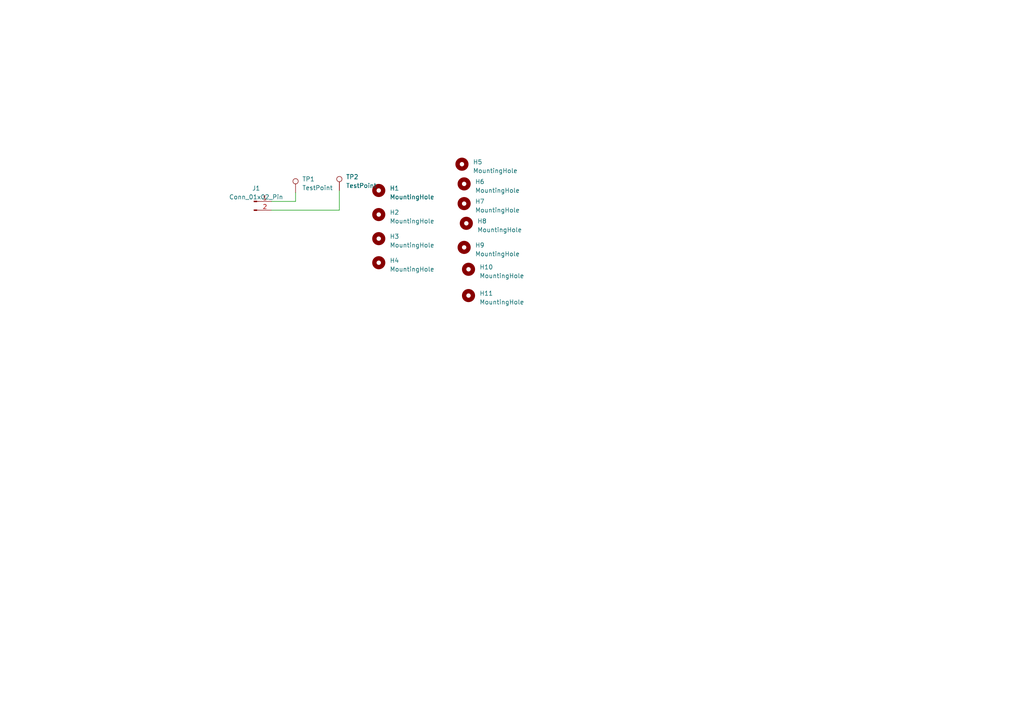
<source format=kicad_sch>
(kicad_sch (version 20230121) (generator eeschema)

  (uuid 61f1af81-1e55-4915-910f-e657a36f41cb)

  (paper "A4")

  (lib_symbols
    (symbol "Connector:Conn_01x02_Pin" (pin_names (offset 1.016) hide) (in_bom yes) (on_board yes)
      (property "Reference" "J" (at 0 2.54 0)
        (effects (font (size 1.27 1.27)))
      )
      (property "Value" "Conn_01x02_Pin" (at 0 -5.08 0)
        (effects (font (size 1.27 1.27)))
      )
      (property "Footprint" "" (at 0 0 0)
        (effects (font (size 1.27 1.27)) hide)
      )
      (property "Datasheet" "~" (at 0 0 0)
        (effects (font (size 1.27 1.27)) hide)
      )
      (property "ki_locked" "" (at 0 0 0)
        (effects (font (size 1.27 1.27)))
      )
      (property "ki_keywords" "connector" (at 0 0 0)
        (effects (font (size 1.27 1.27)) hide)
      )
      (property "ki_description" "Generic connector, single row, 01x02, script generated" (at 0 0 0)
        (effects (font (size 1.27 1.27)) hide)
      )
      (property "ki_fp_filters" "Connector*:*_1x??_*" (at 0 0 0)
        (effects (font (size 1.27 1.27)) hide)
      )
      (symbol "Conn_01x02_Pin_1_1"
        (polyline
          (pts
            (xy 1.27 -2.54)
            (xy 0.8636 -2.54)
          )
          (stroke (width 0.1524) (type default))
          (fill (type none))
        )
        (polyline
          (pts
            (xy 1.27 0)
            (xy 0.8636 0)
          )
          (stroke (width 0.1524) (type default))
          (fill (type none))
        )
        (rectangle (start 0.8636 -2.413) (end 0 -2.667)
          (stroke (width 0.1524) (type default))
          (fill (type outline))
        )
        (rectangle (start 0.8636 0.127) (end 0 -0.127)
          (stroke (width 0.1524) (type default))
          (fill (type outline))
        )
        (pin passive line (at 5.08 0 180) (length 3.81)
          (name "Pin_1" (effects (font (size 1.27 1.27))))
          (number "1" (effects (font (size 1.27 1.27))))
        )
        (pin passive line (at 5.08 -2.54 180) (length 3.81)
          (name "Pin_2" (effects (font (size 1.27 1.27))))
          (number "2" (effects (font (size 1.27 1.27))))
        )
      )
    )
    (symbol "Connector:TestPoint" (pin_numbers hide) (pin_names (offset 0.762) hide) (in_bom yes) (on_board yes)
      (property "Reference" "TP" (at 0 6.858 0)
        (effects (font (size 1.27 1.27)))
      )
      (property "Value" "TestPoint" (at 0 5.08 0)
        (effects (font (size 1.27 1.27)))
      )
      (property "Footprint" "" (at 5.08 0 0)
        (effects (font (size 1.27 1.27)) hide)
      )
      (property "Datasheet" "~" (at 5.08 0 0)
        (effects (font (size 1.27 1.27)) hide)
      )
      (property "ki_keywords" "test point tp" (at 0 0 0)
        (effects (font (size 1.27 1.27)) hide)
      )
      (property "ki_description" "test point" (at 0 0 0)
        (effects (font (size 1.27 1.27)) hide)
      )
      (property "ki_fp_filters" "Pin* Test*" (at 0 0 0)
        (effects (font (size 1.27 1.27)) hide)
      )
      (symbol "TestPoint_0_1"
        (circle (center 0 3.302) (radius 0.762)
          (stroke (width 0) (type default))
          (fill (type none))
        )
      )
      (symbol "TestPoint_1_1"
        (pin passive line (at 0 0 90) (length 2.54)
          (name "1" (effects (font (size 1.27 1.27))))
          (number "1" (effects (font (size 1.27 1.27))))
        )
      )
    )
    (symbol "Mechanical:MountingHole" (pin_names (offset 1.016)) (in_bom yes) (on_board yes)
      (property "Reference" "H" (at 0 5.08 0)
        (effects (font (size 1.27 1.27)))
      )
      (property "Value" "MountingHole" (at 0 3.175 0)
        (effects (font (size 1.27 1.27)))
      )
      (property "Footprint" "" (at 0 0 0)
        (effects (font (size 1.27 1.27)) hide)
      )
      (property "Datasheet" "~" (at 0 0 0)
        (effects (font (size 1.27 1.27)) hide)
      )
      (property "ki_keywords" "mounting hole" (at 0 0 0)
        (effects (font (size 1.27 1.27)) hide)
      )
      (property "ki_description" "Mounting Hole without connection" (at 0 0 0)
        (effects (font (size 1.27 1.27)) hide)
      )
      (property "ki_fp_filters" "MountingHole*" (at 0 0 0)
        (effects (font (size 1.27 1.27)) hide)
      )
      (symbol "MountingHole_0_1"
        (circle (center 0 0) (radius 1.27)
          (stroke (width 1.27) (type default))
          (fill (type none))
        )
      )
    )
  )


  (wire (pts (xy 78.74 60.96) (xy 98.425 60.96))
    (stroke (width 0) (type default))
    (uuid 218a6c9d-f28d-46f3-940a-b0806b29dda4)
  )
  (wire (pts (xy 78.74 58.42) (xy 85.725 58.42))
    (stroke (width 0) (type default))
    (uuid e1e765b6-5fa2-4635-9960-36c4e8c87e1f)
  )
  (wire (pts (xy 98.425 55.245) (xy 98.425 60.96))
    (stroke (width 0) (type default))
    (uuid e20dab98-d520-49d0-9803-968ff484e74e)
  )
  (wire (pts (xy 85.725 58.42) (xy 85.725 55.88))
    (stroke (width 0) (type default))
    (uuid f3fff647-745b-496d-a7a3-617a5eaf3815)
  )

  (symbol (lib_id "Mechanical:MountingHole") (at 109.855 62.23 0) (unit 1)
    (in_bom yes) (on_board yes) (dnp no) (fields_autoplaced)
    (uuid 16840814-5ac8-4b7a-86fd-b73c095ed14c)
    (property "Reference" "H2" (at 113.03 61.595 0)
      (effects (font (size 1.27 1.27)) (justify left))
    )
    (property "Value" "MountingHole" (at 113.03 64.135 0)
      (effects (font (size 1.27 1.27)) (justify left))
    )
    (property "Footprint" "MountingHole:MountingHole_3.2mm_M3" (at 109.855 62.23 0)
      (effects (font (size 1.27 1.27)) hide)
    )
    (property "Datasheet" "~" (at 109.855 62.23 0)
      (effects (font (size 1.27 1.27)) hide)
    )
    (instances
      (project "KiCad_SP"
        (path "/61f1af81-1e55-4915-910f-e657a36f41cb"
          (reference "H2") (unit 1)
        )
      )
    )
  )

  (symbol (lib_id "Connector:Conn_01x02_Pin") (at 73.66 58.42 0) (unit 1)
    (in_bom yes) (on_board yes) (dnp no) (fields_autoplaced)
    (uuid 26b29211-1173-41b0-9839-2af45c36ec66)
    (property "Reference" "J1" (at 74.295 54.61 0)
      (effects (font (size 1.27 1.27)))
    )
    (property "Value" "Conn_01x02_Pin" (at 74.295 57.15 0)
      (effects (font (size 1.27 1.27)))
    )
    (property "Footprint" "Connector_PinHeader_2.54mm:PinHeader_1x02_P2.54mm_Horizontal" (at 73.66 58.42 0)
      (effects (font (size 1.27 1.27)) hide)
    )
    (property "Datasheet" "~" (at 73.66 58.42 0)
      (effects (font (size 1.27 1.27)) hide)
    )
    (pin "1" (uuid 86f474af-f782-4ff6-a068-881ef349b510))
    (pin "2" (uuid ac8a2430-d972-47e9-9be1-ab3a3b5413d2))
    (instances
      (project "KiCad_SP"
        (path "/61f1af81-1e55-4915-910f-e657a36f41cb"
          (reference "J1") (unit 1)
        )
      )
    )
  )

  (symbol (lib_id "Connector:TestPoint") (at 85.725 55.88 0) (unit 1)
    (in_bom yes) (on_board yes) (dnp no) (fields_autoplaced)
    (uuid 27773146-a488-49e8-a540-2b5380e00b2f)
    (property "Reference" "TP1" (at 87.63 51.943 0)
      (effects (font (size 1.27 1.27)) (justify left))
    )
    (property "Value" "TestPoint" (at 87.63 54.483 0)
      (effects (font (size 1.27 1.27)) (justify left))
    )
    (property "Footprint" "TestPoint:TestPoint_THTPad_1.0x1.0mm_Drill0.5mm" (at 90.805 55.88 0)
      (effects (font (size 1.27 1.27)) hide)
    )
    (property "Datasheet" "~" (at 90.805 55.88 0)
      (effects (font (size 1.27 1.27)) hide)
    )
    (pin "1" (uuid ee794779-0638-48d4-aab3-a05d7e8094f8))
    (instances
      (project "KiCad_SP"
        (path "/61f1af81-1e55-4915-910f-e657a36f41cb"
          (reference "TP1") (unit 1)
        )
      )
    )
  )

  (symbol (lib_id "Mechanical:MountingHole") (at 109.855 55.245 0) (unit 1)
    (in_bom yes) (on_board yes) (dnp no) (fields_autoplaced)
    (uuid 4faa4bca-7736-4b46-8878-94ec3f417b08)
    (property "Reference" "H1" (at 113.03 54.61 0)
      (effects (font (size 1.27 1.27)) (justify left))
    )
    (property "Value" "MountingHole" (at 113.03 57.15 0)
      (effects (font (size 1.27 1.27)) (justify left))
    )
    (property "Footprint" "MountingHole:MountingHole_3.2mm_M3" (at 109.855 55.245 0)
      (effects (font (size 1.27 1.27)) hide)
    )
    (property "Datasheet" "~" (at 109.855 55.245 0)
      (effects (font (size 1.27 1.27)) hide)
    )
    (instances
      (project "KiCad_SP"
        (path "/61f1af81-1e55-4915-910f-e657a36f41cb"
          (reference "H1") (unit 1)
        )
      )
    )
  )

  (symbol (lib_id "Mechanical:MountingHole") (at 134.62 53.34 0) (unit 1)
    (in_bom yes) (on_board yes) (dnp no) (fields_autoplaced)
    (uuid 577ce2e2-26be-4596-b07a-677799b01e81)
    (property "Reference" "H6" (at 137.795 52.705 0)
      (effects (font (size 1.27 1.27)) (justify left))
    )
    (property "Value" "MountingHole" (at 137.795 55.245 0)
      (effects (font (size 1.27 1.27)) (justify left))
    )
    (property "Footprint" "MountingHole:MountingHole_2.5mm" (at 134.62 53.34 0)
      (effects (font (size 1.27 1.27)) hide)
    )
    (property "Datasheet" "~" (at 134.62 53.34 0)
      (effects (font (size 1.27 1.27)) hide)
    )
    (instances
      (project "KiCad_SP"
        (path "/61f1af81-1e55-4915-910f-e657a36f41cb"
          (reference "H6") (unit 1)
        )
      )
    )
  )

  (symbol (lib_id "Mechanical:MountingHole") (at 135.89 85.725 0) (unit 1)
    (in_bom yes) (on_board yes) (dnp no) (fields_autoplaced)
    (uuid 62a973ee-4b33-4034-96d0-4785938d69e4)
    (property "Reference" "H11" (at 139.065 85.09 0)
      (effects (font (size 1.27 1.27)) (justify left))
    )
    (property "Value" "MountingHole" (at 139.065 87.63 0)
      (effects (font (size 1.27 1.27)) (justify left))
    )
    (property "Footprint" "MountingHole:MountingHole_2.5mm" (at 135.89 85.725 0)
      (effects (font (size 1.27 1.27)) hide)
    )
    (property "Datasheet" "~" (at 135.89 85.725 0)
      (effects (font (size 1.27 1.27)) hide)
    )
    (instances
      (project "KiCad_SP"
        (path "/61f1af81-1e55-4915-910f-e657a36f41cb"
          (reference "H11") (unit 1)
        )
      )
    )
  )

  (symbol (lib_id "Mechanical:MountingHole") (at 134.62 59.055 0) (unit 1)
    (in_bom yes) (on_board yes) (dnp no) (fields_autoplaced)
    (uuid 7ebae032-ddcd-41c1-b706-e7d89414648f)
    (property "Reference" "H7" (at 137.795 58.42 0)
      (effects (font (size 1.27 1.27)) (justify left))
    )
    (property "Value" "MountingHole" (at 137.795 60.96 0)
      (effects (font (size 1.27 1.27)) (justify left))
    )
    (property "Footprint" "MountingHole:MountingHole_2.5mm" (at 134.62 59.055 0)
      (effects (font (size 1.27 1.27)) hide)
    )
    (property "Datasheet" "~" (at 134.62 59.055 0)
      (effects (font (size 1.27 1.27)) hide)
    )
    (instances
      (project "KiCad_SP"
        (path "/61f1af81-1e55-4915-910f-e657a36f41cb"
          (reference "H7") (unit 1)
        )
      )
    )
  )

  (symbol (lib_id "Mechanical:MountingHole") (at 133.985 47.625 0) (unit 1)
    (in_bom yes) (on_board yes) (dnp no) (fields_autoplaced)
    (uuid 86594769-90eb-4341-bf45-8d18400bf2cb)
    (property "Reference" "H5" (at 137.16 46.99 0)
      (effects (font (size 1.27 1.27)) (justify left))
    )
    (property "Value" "MountingHole" (at 137.16 49.53 0)
      (effects (font (size 1.27 1.27)) (justify left))
    )
    (property "Footprint" "MountingHole:MountingHole_2.5mm" (at 133.985 47.625 0)
      (effects (font (size 1.27 1.27)) hide)
    )
    (property "Datasheet" "~" (at 133.985 47.625 0)
      (effects (font (size 1.27 1.27)) hide)
    )
    (instances
      (project "KiCad_SP"
        (path "/61f1af81-1e55-4915-910f-e657a36f41cb"
          (reference "H5") (unit 1)
        )
      )
    )
  )

  (symbol (lib_id "Mechanical:MountingHole") (at 135.255 64.77 0) (unit 1)
    (in_bom yes) (on_board yes) (dnp no) (fields_autoplaced)
    (uuid baca50eb-c2eb-476d-8043-bbff1ce76328)
    (property "Reference" "H8" (at 138.43 64.135 0)
      (effects (font (size 1.27 1.27)) (justify left))
    )
    (property "Value" "MountingHole" (at 138.43 66.675 0)
      (effects (font (size 1.27 1.27)) (justify left))
    )
    (property "Footprint" "MountingHole:MountingHole_2.5mm" (at 135.255 64.77 0)
      (effects (font (size 1.27 1.27)) hide)
    )
    (property "Datasheet" "~" (at 135.255 64.77 0)
      (effects (font (size 1.27 1.27)) hide)
    )
    (instances
      (project "KiCad_SP"
        (path "/61f1af81-1e55-4915-910f-e657a36f41cb"
          (reference "H8") (unit 1)
        )
      )
    )
  )

  (symbol (lib_id "Connector:TestPoint") (at 98.425 55.245 0) (unit 1)
    (in_bom yes) (on_board yes) (dnp no) (fields_autoplaced)
    (uuid ce8bb50b-e27e-45a9-b12b-6be1c89860d1)
    (property "Reference" "TP2" (at 100.33 51.308 0)
      (effects (font (size 1.27 1.27)) (justify left))
    )
    (property "Value" "TestPoint" (at 100.33 53.848 0)
      (effects (font (size 1.27 1.27)) (justify left))
    )
    (property "Footprint" "TestPoint:TestPoint_THTPad_1.0x1.0mm_Drill0.5mm" (at 103.505 55.245 0)
      (effects (font (size 1.27 1.27)) hide)
    )
    (property "Datasheet" "~" (at 103.505 55.245 0)
      (effects (font (size 1.27 1.27)) hide)
    )
    (pin "1" (uuid de494223-1efe-4486-a012-3a60ed4c05f2))
    (instances
      (project "KiCad_SP"
        (path "/61f1af81-1e55-4915-910f-e657a36f41cb"
          (reference "TP2") (unit 1)
        )
      )
    )
  )

  (symbol (lib_id "Mechanical:MountingHole") (at 109.855 69.215 0) (unit 1)
    (in_bom yes) (on_board yes) (dnp no) (fields_autoplaced)
    (uuid d1a60b7c-543c-43c3-ad37-8fdfe5f2be69)
    (property "Reference" "H3" (at 113.03 68.58 0)
      (effects (font (size 1.27 1.27)) (justify left))
    )
    (property "Value" "MountingHole" (at 113.03 71.12 0)
      (effects (font (size 1.27 1.27)) (justify left))
    )
    (property "Footprint" "MountingHole:MountingHole_3.2mm_M3" (at 109.855 69.215 0)
      (effects (font (size 1.27 1.27)) hide)
    )
    (property "Datasheet" "~" (at 109.855 69.215 0)
      (effects (font (size 1.27 1.27)) hide)
    )
    (instances
      (project "KiCad_SP"
        (path "/61f1af81-1e55-4915-910f-e657a36f41cb"
          (reference "H3") (unit 1)
        )
      )
    )
  )

  (symbol (lib_id "Mechanical:MountingHole") (at 109.855 76.2 0) (unit 1)
    (in_bom yes) (on_board yes) (dnp no) (fields_autoplaced)
    (uuid d296f3c6-69d0-4d52-afb1-b275d4b12fa1)
    (property "Reference" "H4" (at 113.03 75.565 0)
      (effects (font (size 1.27 1.27)) (justify left))
    )
    (property "Value" "MountingHole" (at 113.03 78.105 0)
      (effects (font (size 1.27 1.27)) (justify left))
    )
    (property "Footprint" "MountingHole:MountingHole_3.2mm_M3" (at 109.855 76.2 0)
      (effects (font (size 1.27 1.27)) hide)
    )
    (property "Datasheet" "~" (at 109.855 76.2 0)
      (effects (font (size 1.27 1.27)) hide)
    )
    (instances
      (project "KiCad_SP"
        (path "/61f1af81-1e55-4915-910f-e657a36f41cb"
          (reference "H4") (unit 1)
        )
      )
    )
  )

  (symbol (lib_id "Mechanical:MountingHole") (at 135.89 78.105 0) (unit 1)
    (in_bom yes) (on_board yes) (dnp no) (fields_autoplaced)
    (uuid f13e4279-30f1-449e-b88a-8c29849f0a46)
    (property "Reference" "H10" (at 139.065 77.47 0)
      (effects (font (size 1.27 1.27)) (justify left))
    )
    (property "Value" "MountingHole" (at 139.065 80.01 0)
      (effects (font (size 1.27 1.27)) (justify left))
    )
    (property "Footprint" "MountingHole:MountingHole_2.5mm" (at 135.89 78.105 0)
      (effects (font (size 1.27 1.27)) hide)
    )
    (property "Datasheet" "~" (at 135.89 78.105 0)
      (effects (font (size 1.27 1.27)) hide)
    )
    (instances
      (project "KiCad_SP"
        (path "/61f1af81-1e55-4915-910f-e657a36f41cb"
          (reference "H10") (unit 1)
        )
      )
    )
  )

  (symbol (lib_id "Mechanical:MountingHole") (at 134.62 71.755 0) (unit 1)
    (in_bom yes) (on_board yes) (dnp no) (fields_autoplaced)
    (uuid fa9b8c52-d32e-44df-9010-e10c41f10931)
    (property "Reference" "H9" (at 137.795 71.12 0)
      (effects (font (size 1.27 1.27)) (justify left))
    )
    (property "Value" "MountingHole" (at 137.795 73.66 0)
      (effects (font (size 1.27 1.27)) (justify left))
    )
    (property "Footprint" "MountingHole:MountingHole_2.5mm" (at 134.62 71.755 0)
      (effects (font (size 1.27 1.27)) hide)
    )
    (property "Datasheet" "~" (at 134.62 71.755 0)
      (effects (font (size 1.27 1.27)) hide)
    )
    (instances
      (project "KiCad_SP"
        (path "/61f1af81-1e55-4915-910f-e657a36f41cb"
          (reference "H9") (unit 1)
        )
      )
    )
  )

  (sheet_instances
    (path "/" (page "1"))
  )
)

</source>
